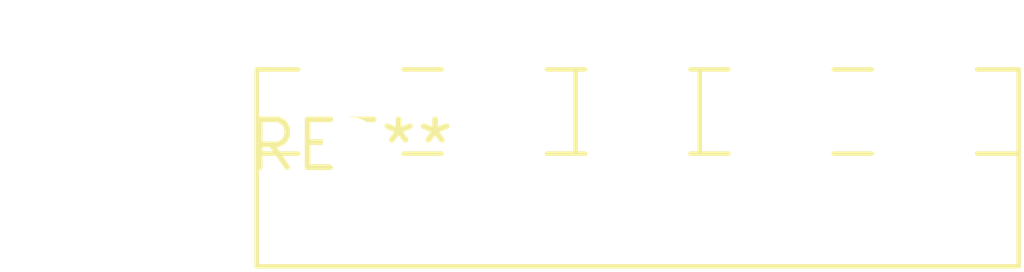
<source format=kicad_pcb>
(kicad_pcb (version 20240108) (generator pcbnew)
  (layers (0 "F.Cu" signal) (31 "B.Cu" signal) (34 "B.Paste" user) (35 "F.Paste" user) (36 "B.SilkS" user "B.Silkscreen") (37 "F.SilkS" user "F.Silkscreen") (38 "B.Mask" user) (39 "F.Mask" user) (44 "Edge.Cuts" user))
  (net 0 "")
  (footprint "TO-264-5_Vertical" (layer "F.Cu") (at 0 0)
    (property "Reference" "REF**")
    (property "Value" "TO-264-5_Vertical")
    (fp_line (start -2.5 -2.021) (end -2.5 3.22) (layer "F.SilkS") (stroke (width 0.12)))
    (fp_line (start -2.5 -2.021) (end -1.4 -2.021) (layer "F.SilkS") (stroke (width 0.12)))
    (fp_line (start -2.5 0.22) (end -1.4 0.22) (layer "F.SilkS") (stroke (width 0.12)))
    (fp_line (start -2.5 3.22) (end 17.74 3.22) (layer "F.SilkS") (stroke (width 0.12)))
    (fp_line (start 1.4 -2.021) (end 2.41 -2.021) (layer "F.SilkS") (stroke (width 0.12)))
    (fp_line (start 1.4 0.22) (end 2.41 0.22) (layer "F.SilkS") (stroke (width 0.12)))
    (fp_line (start 5.21 -2.021) (end 6.221 -2.021) (layer "F.SilkS") (stroke (width 0.12)))
    (fp_line (start 5.21 0.22) (end 6.221 0.22) (layer "F.SilkS") (stroke (width 0.12)))
    (fp_line (start 5.971 -2.021) (end 5.971 0.22) (layer "F.SilkS") (stroke (width 0.12)))
    (fp_line (start 9.02 -2.021) (end 10.03 -2.021) (layer "F.SilkS") (stroke (width 0.12)))
    (fp_line (start 9.02 0.22) (end 10.03 0.22) (layer "F.SilkS") (stroke (width 0.12)))
    (fp_line (start 9.27 -2.021) (end 9.27 0.22) (layer "F.SilkS") (stroke (width 0.12)))
    (fp_line (start 12.83 -2.021) (end 13.84 -2.021) (layer "F.SilkS") (stroke (width 0.12)))
    (fp_line (start 12.83 0.22) (end 13.84 0.22) (layer "F.SilkS") (stroke (width 0.12)))
    (fp_line (start 16.64 -2.021) (end 17.74 -2.021) (layer "F.SilkS") (stroke (width 0.12)))
    (fp_line (start 16.64 0.22) (end 17.74 0.22) (layer "F.SilkS") (stroke (width 0.12)))
    (fp_line (start 17.74 -2.021) (end 17.74 3.22) (layer "F.SilkS") (stroke (width 0.12)))
    (pad "1" thru_hole rect (at 0 0) (size 2.5 4.5) (drill 1.5) (layers *.Cu *.Mask) (remove_unused_layers))
    (pad "2" thru_hole oval (at 3.81 0) (size 2.5 4.5) (drill 1.5) (layers *.Cu *.Mask) (remove_unused_layers))
    (pad "3" thru_hole oval (at 7.62 0) (size 2.5 4.5) (drill 1.5) (layers *.Cu *.Mask) (remove_unused_layers))
    (pad "4" thru_hole oval (at 11.43 0) (size 2.5 4.5) (drill 1.5) (layers *.Cu *.Mask) (remove_unused_layers))
    (pad "5" thru_hole oval (at 15.24 0) (size 2.5 4.5) (drill 1.5) (layers *.Cu *.Mask) (remove_unused_layers))
  )
)
</source>
